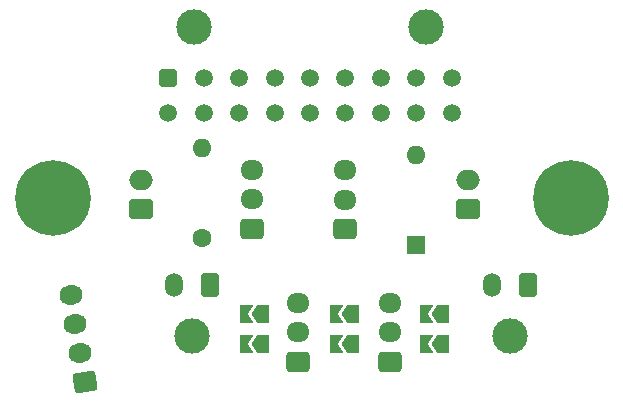
<source format=gbs>
%TF.GenerationSoftware,KiCad,Pcbnew,8.0.8*%
%TF.CreationDate,2025-01-29T22:29:46+01:00*%
%TF.ProjectId,xol-pcb,786f6c2d-7063-4622-9e6b-696361645f70,rev?*%
%TF.SameCoordinates,Original*%
%TF.FileFunction,Soldermask,Bot*%
%TF.FilePolarity,Negative*%
%FSLAX46Y46*%
G04 Gerber Fmt 4.6, Leading zero omitted, Abs format (unit mm)*
G04 Created by KiCad (PCBNEW 8.0.8) date 2025-01-29 22:29:46*
%MOMM*%
%LPD*%
G01*
G04 APERTURE LIST*
G04 Aperture macros list*
%AMRoundRect*
0 Rectangle with rounded corners*
0 $1 Rounding radius*
0 $2 $3 $4 $5 $6 $7 $8 $9 X,Y pos of 4 corners*
0 Add a 4 corners polygon primitive as box body*
4,1,4,$2,$3,$4,$5,$6,$7,$8,$9,$2,$3,0*
0 Add four circle primitives for the rounded corners*
1,1,$1+$1,$2,$3*
1,1,$1+$1,$4,$5*
1,1,$1+$1,$6,$7*
1,1,$1+$1,$8,$9*
0 Add four rect primitives between the rounded corners*
20,1,$1+$1,$2,$3,$4,$5,0*
20,1,$1+$1,$4,$5,$6,$7,0*
20,1,$1+$1,$6,$7,$8,$9,0*
20,1,$1+$1,$8,$9,$2,$3,0*%
%AMHorizOval*
0 Thick line with rounded ends*
0 $1 width*
0 $2 $3 position (X,Y) of the first rounded end (center of the circle)*
0 $4 $5 position (X,Y) of the second rounded end (center of the circle)*
0 Add line between two ends*
20,1,$1,$2,$3,$4,$5,0*
0 Add two circle primitives to create the rounded ends*
1,1,$1,$2,$3*
1,1,$1,$4,$5*%
%AMFreePoly0*
4,1,6,1.000000,0.000000,0.500000,-0.750000,-0.500000,-0.750000,-0.500000,0.750000,0.500000,0.750000,1.000000,0.000000,1.000000,0.000000,$1*%
%AMFreePoly1*
4,1,6,0.500000,-0.750000,-0.650000,-0.750000,-0.150000,0.000000,-0.650000,0.750000,0.500000,0.750000,0.500000,-0.750000,0.500000,-0.750000,$1*%
G04 Aperture macros list end*
%ADD10C,3.000000*%
%ADD11RoundRect,0.250001X0.499999X0.759999X-0.499999X0.759999X-0.499999X-0.759999X0.499999X-0.759999X0*%
%ADD12O,1.500000X2.020000*%
%ADD13RoundRect,0.250000X0.750000X-0.600000X0.750000X0.600000X-0.750000X0.600000X-0.750000X-0.600000X0*%
%ADD14O,2.000000X1.700000*%
%ADD15C,1.600000*%
%ADD16O,1.600000X1.600000*%
%ADD17C,6.400000*%
%ADD18RoundRect,0.250000X0.725000X-0.600000X0.725000X0.600000X-0.725000X0.600000X-0.725000X-0.600000X0*%
%ADD19O,1.950000X1.700000*%
%ADD20RoundRect,0.250001X-0.499999X-0.499999X0.499999X-0.499999X0.499999X0.499999X-0.499999X0.499999X0*%
%ADD21C,1.500000*%
%ADD22R,1.600000X1.600000*%
%ADD23FreePoly0,180.000000*%
%ADD24FreePoly1,180.000000*%
%ADD25RoundRect,0.250000X0.809935X-0.479198X0.622213X0.706028X-0.809935X0.479198X-0.622213X-0.706028X0*%
%ADD26HorizOval,1.700000X0.123461X0.019554X-0.123461X-0.019554X0*%
G04 APERTURE END LIST*
D10*
%TO.C,HE1*%
X74446000Y-61056000D03*
D11*
X75946000Y-56736000D03*
D12*
X72946000Y-56736000D03*
%TD*%
D13*
%TO.C,PCF1*%
X43180000Y-50292000D03*
D14*
X43180000Y-47792000D03*
%TD*%
D15*
%TO.C,R1*%
X48330000Y-52690000D03*
D16*
X48330000Y-45070000D03*
%TD*%
D10*
%TO.C,TH1*%
X47500000Y-61056000D03*
D11*
X49000000Y-56736000D03*
D12*
X46000000Y-56736000D03*
%TD*%
D17*
%TO.C,H1*%
X79559001Y-49376179D03*
%TD*%
%TO.C,H2*%
X35709001Y-49376179D03*
%TD*%
D18*
%TO.C,AUX1*%
X64245000Y-63206000D03*
D19*
X64245000Y-60706000D03*
X64245000Y-58206000D03*
%TD*%
D18*
%TO.C,RGB1*%
X52595000Y-51950000D03*
D19*
X52595000Y-49450000D03*
X52595000Y-46950000D03*
%TD*%
D13*
%TO.C,PCF2*%
X70866000Y-50292000D03*
D14*
X70866000Y-47792000D03*
%TD*%
D10*
%TO.C,J1*%
X47660000Y-34841000D03*
X67360000Y-34841000D03*
D20*
X45500000Y-39161000D03*
D21*
X48500000Y-39161000D03*
X51500000Y-39161000D03*
X54500000Y-39161000D03*
X57500000Y-39161000D03*
X60500000Y-39161000D03*
X63500000Y-39161000D03*
X66500000Y-39161000D03*
X69500000Y-39161000D03*
X45500000Y-42161000D03*
X48500000Y-42161000D03*
X51500000Y-42161000D03*
X54500000Y-42161000D03*
X57500000Y-42161000D03*
X60500000Y-42161000D03*
X63500000Y-42161000D03*
X66500000Y-42161000D03*
X69500000Y-42161000D03*
%TD*%
D18*
%TO.C,HEF1*%
X60440000Y-52000000D03*
D19*
X60440000Y-49500000D03*
X60440000Y-47000000D03*
%TD*%
D22*
%TO.C,D1*%
X66470000Y-53290000D03*
D16*
X66470000Y-45670000D03*
%TD*%
D18*
%TO.C,AUX2-3*%
X56475000Y-63206000D03*
D19*
X56475000Y-60706000D03*
X56475000Y-58206000D03*
%TD*%
D23*
%TO.C,JP4*%
X68797000Y-61722000D03*
D24*
X67347000Y-61722000D03*
%TD*%
D25*
%TO.C,MOTOR1*%
X38419166Y-64929703D03*
D26*
X38028080Y-62460482D03*
X37636994Y-59991261D03*
X37245908Y-57522040D03*
%TD*%
D23*
%TO.C,JP1*%
X68797000Y-59182000D03*
D24*
X67347000Y-59182000D03*
%TD*%
D23*
%TO.C,JP3*%
X53557000Y-59182000D03*
D24*
X52107000Y-59182000D03*
%TD*%
D23*
%TO.C,JP5*%
X61177000Y-61722000D03*
D24*
X59727000Y-61722000D03*
%TD*%
D23*
%TO.C,JP6*%
X53557000Y-61722000D03*
D24*
X52107000Y-61722000D03*
%TD*%
D23*
%TO.C,JP2*%
X61177000Y-59182000D03*
D24*
X59727000Y-59182000D03*
%TD*%
M02*

</source>
